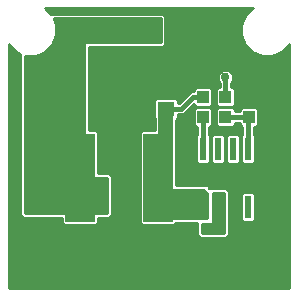
<source format=gbl>
G75*
%MOIN*%
%OFA0B0*%
%FSLAX25Y25*%
%IPPOS*%
%LPD*%
%AMOC8*
5,1,8,0,0,1.08239X$1,22.5*
%
%ADD10R,0.17717X0.21654*%
%ADD11R,0.02200X0.07800*%
%ADD12R,0.11800X0.07900*%
%ADD13R,0.03937X0.04331*%
%ADD14R,0.05787X0.05000*%
%ADD15R,0.11811X0.05512*%
%ADD16R,0.09843X0.29528*%
%ADD17C,0.07400*%
%ADD18C,0.01000*%
%ADD19C,0.03175*%
%ADD20C,0.02978*%
%ADD21C,0.01600*%
D10*
X0013311Y0015280D03*
X0088114Y0015280D03*
D11*
X0083803Y0031170D03*
X0078803Y0031170D03*
X0073803Y0031170D03*
X0068803Y0031170D03*
X0068803Y0050570D03*
X0073803Y0050570D03*
X0078803Y0050570D03*
X0083803Y0050570D03*
D12*
X0076303Y0040870D03*
D13*
X0076303Y0061146D03*
X0076303Y0067839D03*
X0084177Y0067839D03*
X0084177Y0061146D03*
X0068803Y0061146D03*
X0068803Y0067839D03*
D14*
X0056618Y0063902D03*
X0056618Y0080831D03*
D15*
X0042445Y0072366D03*
X0023547Y0072366D03*
D16*
X0027878Y0040870D03*
X0053862Y0040870D03*
D17*
X0050555Y0090083D03*
X0060555Y0090083D03*
D18*
X0004000Y0085330D02*
X0004000Y0004000D01*
X0097425Y0004000D01*
X0097425Y0085330D01*
X0097375Y0085210D01*
X0094956Y0082790D01*
X0091794Y0081480D01*
X0088372Y0081480D01*
X0085210Y0082790D01*
X0082790Y0085210D01*
X0081480Y0088372D01*
X0081480Y0091794D01*
X0082790Y0094956D01*
X0085210Y0097375D01*
X0085330Y0097425D01*
X0016095Y0097425D01*
X0016215Y0097375D01*
X0017971Y0095620D01*
X0055312Y0095620D01*
X0056250Y0094682D01*
X0056250Y0085483D01*
X0055312Y0084546D01*
X0030659Y0084546D01*
X0030659Y0056734D01*
X0033255Y0056734D01*
X0033899Y0056089D01*
X0033899Y0042470D01*
X0037596Y0042470D01*
X0038533Y0041533D01*
X0038533Y0028396D01*
X0037596Y0027459D01*
X0033899Y0027459D01*
X0033899Y0025651D01*
X0033255Y0025006D01*
X0022501Y0025006D01*
X0021857Y0025651D01*
X0021857Y0027459D01*
X0008711Y0027459D01*
X0007774Y0028396D01*
X0007774Y0082250D01*
X0006470Y0082790D01*
X0004050Y0085210D01*
X0004000Y0085330D01*
X0004000Y0084376D02*
X0004883Y0084376D01*
X0004000Y0083378D02*
X0005882Y0083378D01*
X0007461Y0082379D02*
X0004000Y0082379D01*
X0004000Y0081381D02*
X0007774Y0081381D01*
X0007774Y0080382D02*
X0004000Y0080382D01*
X0004000Y0079384D02*
X0007774Y0079384D01*
X0007774Y0078385D02*
X0004000Y0078385D01*
X0004000Y0077387D02*
X0007774Y0077387D01*
X0007774Y0076388D02*
X0004000Y0076388D01*
X0004000Y0075390D02*
X0007774Y0075390D01*
X0007774Y0074391D02*
X0004000Y0074391D01*
X0004000Y0073393D02*
X0007774Y0073393D01*
X0007774Y0072394D02*
X0004000Y0072394D01*
X0004000Y0071396D02*
X0007774Y0071396D01*
X0007774Y0070397D02*
X0004000Y0070397D01*
X0004000Y0069399D02*
X0007774Y0069399D01*
X0007774Y0068400D02*
X0004000Y0068400D01*
X0004000Y0067402D02*
X0007774Y0067402D01*
X0007774Y0066403D02*
X0004000Y0066403D01*
X0004000Y0065405D02*
X0007774Y0065405D01*
X0007774Y0064406D02*
X0004000Y0064406D01*
X0004000Y0063408D02*
X0007774Y0063408D01*
X0007774Y0062409D02*
X0004000Y0062409D01*
X0004000Y0061411D02*
X0007774Y0061411D01*
X0007774Y0060412D02*
X0004000Y0060412D01*
X0004000Y0059414D02*
X0007774Y0059414D01*
X0007774Y0058415D02*
X0004000Y0058415D01*
X0004000Y0057417D02*
X0007774Y0057417D01*
X0007774Y0056418D02*
X0004000Y0056418D01*
X0004000Y0055420D02*
X0007774Y0055420D01*
X0007774Y0054421D02*
X0004000Y0054421D01*
X0004000Y0053423D02*
X0007774Y0053423D01*
X0007774Y0052424D02*
X0004000Y0052424D01*
X0004000Y0051426D02*
X0007774Y0051426D01*
X0007774Y0050427D02*
X0004000Y0050427D01*
X0004000Y0049429D02*
X0007774Y0049429D01*
X0007774Y0048430D02*
X0004000Y0048430D01*
X0004000Y0047432D02*
X0007774Y0047432D01*
X0007774Y0046433D02*
X0004000Y0046433D01*
X0004000Y0045434D02*
X0007774Y0045434D01*
X0007774Y0044436D02*
X0004000Y0044436D01*
X0004000Y0043437D02*
X0007774Y0043437D01*
X0007774Y0042439D02*
X0004000Y0042439D01*
X0004000Y0041440D02*
X0007774Y0041440D01*
X0007774Y0040442D02*
X0004000Y0040442D01*
X0004000Y0039443D02*
X0007774Y0039443D01*
X0007774Y0038445D02*
X0004000Y0038445D01*
X0004000Y0037446D02*
X0007774Y0037446D01*
X0007774Y0036448D02*
X0004000Y0036448D01*
X0004000Y0035449D02*
X0007774Y0035449D01*
X0007774Y0034451D02*
X0004000Y0034451D01*
X0004000Y0033452D02*
X0007774Y0033452D01*
X0007774Y0032454D02*
X0004000Y0032454D01*
X0004000Y0031455D02*
X0007774Y0031455D01*
X0007774Y0030457D02*
X0004000Y0030457D01*
X0004000Y0029458D02*
X0007774Y0029458D01*
X0007774Y0028460D02*
X0004000Y0028460D01*
X0004000Y0027461D02*
X0008709Y0027461D01*
X0009374Y0029059D02*
X0009374Y0081587D01*
X0009631Y0081480D01*
X0013054Y0081480D01*
X0016215Y0082790D01*
X0018635Y0085210D01*
X0019945Y0088372D01*
X0019945Y0091794D01*
X0019023Y0094020D01*
X0054650Y0094020D01*
X0054650Y0086146D01*
X0029059Y0086146D01*
X0029059Y0040870D01*
X0036933Y0040870D01*
X0036933Y0029059D01*
X0009374Y0029059D01*
X0009374Y0029458D02*
X0036933Y0029458D01*
X0036933Y0030457D02*
X0009374Y0030457D01*
X0009374Y0031455D02*
X0036933Y0031455D01*
X0036933Y0032454D02*
X0009374Y0032454D01*
X0009374Y0033452D02*
X0036933Y0033452D01*
X0036933Y0034451D02*
X0009374Y0034451D01*
X0009374Y0035449D02*
X0036933Y0035449D01*
X0036933Y0036448D02*
X0009374Y0036448D01*
X0009374Y0037446D02*
X0036933Y0037446D01*
X0036933Y0038445D02*
X0009374Y0038445D01*
X0009374Y0039443D02*
X0036933Y0039443D01*
X0036933Y0040442D02*
X0009374Y0040442D01*
X0009374Y0041440D02*
X0029059Y0041440D01*
X0029059Y0042439D02*
X0009374Y0042439D01*
X0009374Y0043437D02*
X0029059Y0043437D01*
X0029059Y0044436D02*
X0009374Y0044436D01*
X0009374Y0045434D02*
X0029059Y0045434D01*
X0029059Y0046433D02*
X0009374Y0046433D01*
X0009374Y0047432D02*
X0029059Y0047432D01*
X0029059Y0048430D02*
X0009374Y0048430D01*
X0009374Y0049429D02*
X0029059Y0049429D01*
X0029059Y0050427D02*
X0009374Y0050427D01*
X0009374Y0051426D02*
X0029059Y0051426D01*
X0029059Y0052424D02*
X0009374Y0052424D01*
X0009374Y0053423D02*
X0029059Y0053423D01*
X0029059Y0054421D02*
X0009374Y0054421D01*
X0009374Y0055420D02*
X0029059Y0055420D01*
X0029059Y0056418D02*
X0009374Y0056418D01*
X0009374Y0057417D02*
X0029059Y0057417D01*
X0029059Y0058415D02*
X0009374Y0058415D01*
X0009374Y0059414D02*
X0029059Y0059414D01*
X0029059Y0060412D02*
X0009374Y0060412D01*
X0009374Y0061411D02*
X0029059Y0061411D01*
X0029059Y0062409D02*
X0009374Y0062409D01*
X0009374Y0063408D02*
X0029059Y0063408D01*
X0029059Y0064406D02*
X0009374Y0064406D01*
X0009374Y0065405D02*
X0029059Y0065405D01*
X0029059Y0066403D02*
X0009374Y0066403D01*
X0009374Y0067402D02*
X0029059Y0067402D01*
X0029059Y0068400D02*
X0009374Y0068400D01*
X0009374Y0069399D02*
X0029059Y0069399D01*
X0029059Y0070397D02*
X0009374Y0070397D01*
X0009374Y0071396D02*
X0029059Y0071396D01*
X0029059Y0072394D02*
X0009374Y0072394D01*
X0009374Y0073393D02*
X0029059Y0073393D01*
X0029059Y0074391D02*
X0009374Y0074391D01*
X0009374Y0075390D02*
X0029059Y0075390D01*
X0029059Y0076388D02*
X0009374Y0076388D01*
X0009374Y0077387D02*
X0029059Y0077387D01*
X0029059Y0078385D02*
X0009374Y0078385D01*
X0009374Y0079384D02*
X0029059Y0079384D01*
X0029059Y0080382D02*
X0009374Y0080382D01*
X0009374Y0081381D02*
X0029059Y0081381D01*
X0029059Y0082379D02*
X0015224Y0082379D01*
X0016803Y0083378D02*
X0029059Y0083378D01*
X0029059Y0084376D02*
X0017802Y0084376D01*
X0018704Y0085375D02*
X0029059Y0085375D01*
X0030659Y0084376D02*
X0083623Y0084376D01*
X0082722Y0085375D02*
X0056142Y0085375D01*
X0056250Y0086373D02*
X0082308Y0086373D01*
X0081894Y0087372D02*
X0056250Y0087372D01*
X0056250Y0088370D02*
X0081481Y0088370D01*
X0081480Y0089369D02*
X0056250Y0089369D01*
X0056250Y0090368D02*
X0081480Y0090368D01*
X0081480Y0091366D02*
X0056250Y0091366D01*
X0056250Y0092365D02*
X0081717Y0092365D01*
X0082130Y0093363D02*
X0056250Y0093363D01*
X0056250Y0094362D02*
X0082544Y0094362D01*
X0083195Y0095360D02*
X0055572Y0095360D01*
X0054650Y0093363D02*
X0019295Y0093363D01*
X0019708Y0092365D02*
X0054650Y0092365D01*
X0054650Y0091366D02*
X0019945Y0091366D01*
X0019945Y0090368D02*
X0054650Y0090368D01*
X0054650Y0089369D02*
X0019945Y0089369D01*
X0019944Y0088370D02*
X0054650Y0088370D01*
X0054650Y0087372D02*
X0019531Y0087372D01*
X0019117Y0086373D02*
X0054650Y0086373D01*
X0066379Y0071104D02*
X0065735Y0070460D01*
X0065735Y0069739D01*
X0064689Y0069739D01*
X0063576Y0068626D01*
X0060752Y0065802D01*
X0060612Y0065802D01*
X0060612Y0066857D01*
X0059967Y0067502D01*
X0053269Y0067502D01*
X0052624Y0066857D01*
X0052624Y0060946D01*
X0052656Y0060914D01*
X0052656Y0056734D01*
X0048485Y0056734D01*
X0047841Y0056089D01*
X0047841Y0025651D01*
X0048485Y0025006D01*
X0059239Y0025006D01*
X0059883Y0025651D01*
X0059883Y0025884D01*
X0066829Y0025884D01*
X0066829Y0021703D01*
X0067766Y0020766D01*
X0076572Y0020766D01*
X0077509Y0021703D01*
X0077509Y0036415D01*
X0076572Y0037352D01*
X0071604Y0037352D01*
X0071604Y0037596D01*
X0070667Y0038533D01*
X0059883Y0038533D01*
X0059883Y0056089D01*
X0059793Y0056180D01*
X0059793Y0060302D01*
X0059967Y0060302D01*
X0060612Y0060946D01*
X0060612Y0062002D01*
X0062326Y0062002D01*
X0065735Y0065410D01*
X0065735Y0065218D01*
X0066379Y0064573D01*
X0071227Y0064573D01*
X0071872Y0065218D01*
X0071872Y0070460D01*
X0071227Y0071104D01*
X0066379Y0071104D01*
X0065735Y0070397D02*
X0030659Y0070397D01*
X0030659Y0069399D02*
X0064350Y0069399D01*
X0063351Y0068400D02*
X0030659Y0068400D01*
X0030659Y0067402D02*
X0053169Y0067402D01*
X0052624Y0066403D02*
X0030659Y0066403D01*
X0030659Y0065405D02*
X0052624Y0065405D01*
X0052624Y0064406D02*
X0030659Y0064406D01*
X0030659Y0063408D02*
X0052624Y0063408D01*
X0052624Y0062409D02*
X0030659Y0062409D01*
X0030659Y0061411D02*
X0052624Y0061411D01*
X0052656Y0060412D02*
X0030659Y0060412D01*
X0030659Y0059414D02*
X0052656Y0059414D01*
X0052656Y0058415D02*
X0030659Y0058415D01*
X0030659Y0057417D02*
X0052656Y0057417D01*
X0054256Y0057417D02*
X0058193Y0057417D01*
X0058193Y0058415D02*
X0054256Y0058415D01*
X0054256Y0059414D02*
X0058193Y0059414D01*
X0058193Y0060412D02*
X0054256Y0060412D01*
X0054256Y0061411D02*
X0058193Y0061411D01*
X0058193Y0062409D02*
X0054256Y0062409D01*
X0054256Y0063408D02*
X0058193Y0063408D01*
X0058193Y0064406D02*
X0054256Y0064406D01*
X0054256Y0065405D02*
X0058193Y0065405D01*
X0058193Y0065673D02*
X0058193Y0036933D01*
X0069303Y0036933D01*
X0069303Y0036464D01*
X0069948Y0035820D01*
X0070004Y0035820D01*
X0070004Y0027484D01*
X0050319Y0027484D01*
X0050319Y0055043D01*
X0054256Y0055043D01*
X0054256Y0065673D01*
X0058193Y0065673D01*
X0060612Y0066403D02*
X0061354Y0066403D01*
X0062353Y0067402D02*
X0060067Y0067402D01*
X0063732Y0063408D02*
X0065735Y0063408D01*
X0065735Y0063767D02*
X0065735Y0058525D01*
X0066379Y0057880D01*
X0066903Y0057880D01*
X0066903Y0055226D01*
X0066603Y0054926D01*
X0066603Y0046214D01*
X0067248Y0045570D01*
X0070359Y0045570D01*
X0071003Y0046214D01*
X0071003Y0054926D01*
X0070703Y0055226D01*
X0070703Y0057880D01*
X0071227Y0057880D01*
X0071872Y0058525D01*
X0071872Y0063767D01*
X0071227Y0064411D01*
X0066379Y0064411D01*
X0065735Y0063767D01*
X0066374Y0064406D02*
X0064731Y0064406D01*
X0065730Y0065405D02*
X0065735Y0065405D01*
X0065735Y0062409D02*
X0062734Y0062409D01*
X0060612Y0061411D02*
X0065735Y0061411D01*
X0065735Y0060412D02*
X0060078Y0060412D01*
X0059793Y0059414D02*
X0065735Y0059414D01*
X0065844Y0058415D02*
X0059793Y0058415D01*
X0059793Y0057417D02*
X0066903Y0057417D01*
X0066903Y0056418D02*
X0059793Y0056418D01*
X0059883Y0055420D02*
X0066903Y0055420D01*
X0066603Y0054421D02*
X0059883Y0054421D01*
X0059883Y0053423D02*
X0066603Y0053423D01*
X0066603Y0052424D02*
X0059883Y0052424D01*
X0059883Y0051426D02*
X0066603Y0051426D01*
X0066603Y0050427D02*
X0059883Y0050427D01*
X0059883Y0049429D02*
X0066603Y0049429D01*
X0066603Y0048430D02*
X0059883Y0048430D01*
X0059883Y0047432D02*
X0066603Y0047432D01*
X0066603Y0046433D02*
X0059883Y0046433D01*
X0059883Y0045434D02*
X0097425Y0045434D01*
X0097425Y0044436D02*
X0059883Y0044436D01*
X0059883Y0043437D02*
X0097425Y0043437D01*
X0097425Y0042439D02*
X0059883Y0042439D01*
X0059883Y0041440D02*
X0097425Y0041440D01*
X0097425Y0040442D02*
X0059883Y0040442D01*
X0059883Y0039443D02*
X0097425Y0039443D01*
X0097425Y0038445D02*
X0070755Y0038445D01*
X0071604Y0037446D02*
X0097425Y0037446D01*
X0097425Y0036448D02*
X0077476Y0036448D01*
X0077509Y0035449D02*
X0081603Y0035449D01*
X0081603Y0035526D02*
X0081603Y0026814D01*
X0082248Y0026170D01*
X0085359Y0026170D01*
X0086003Y0026814D01*
X0086003Y0035526D01*
X0085359Y0036170D01*
X0082248Y0036170D01*
X0081603Y0035526D01*
X0081603Y0034451D02*
X0077509Y0034451D01*
X0077509Y0033452D02*
X0081603Y0033452D01*
X0081603Y0032454D02*
X0077509Y0032454D01*
X0077509Y0031455D02*
X0081603Y0031455D01*
X0081603Y0030457D02*
X0077509Y0030457D01*
X0077509Y0029458D02*
X0081603Y0029458D01*
X0081603Y0028460D02*
X0077509Y0028460D01*
X0077509Y0027461D02*
X0081603Y0027461D01*
X0081955Y0026463D02*
X0077509Y0026463D01*
X0077509Y0025464D02*
X0097425Y0025464D01*
X0097425Y0024466D02*
X0077509Y0024466D01*
X0077509Y0023467D02*
X0097425Y0023467D01*
X0097425Y0022469D02*
X0077509Y0022469D01*
X0077276Y0021470D02*
X0097425Y0021470D01*
X0097425Y0020472D02*
X0004000Y0020472D01*
X0004000Y0021470D02*
X0067062Y0021470D01*
X0066829Y0022469D02*
X0004000Y0022469D01*
X0004000Y0023467D02*
X0066829Y0023467D01*
X0066829Y0024466D02*
X0004000Y0024466D01*
X0004000Y0025464D02*
X0022043Y0025464D01*
X0021857Y0026463D02*
X0004000Y0026463D01*
X0004000Y0019473D02*
X0097425Y0019473D01*
X0097425Y0018475D02*
X0004000Y0018475D01*
X0004000Y0017476D02*
X0097425Y0017476D01*
X0097425Y0016478D02*
X0004000Y0016478D01*
X0004000Y0015479D02*
X0097425Y0015479D01*
X0097425Y0014481D02*
X0004000Y0014481D01*
X0004000Y0013482D02*
X0097425Y0013482D01*
X0097425Y0012484D02*
X0004000Y0012484D01*
X0004000Y0011485D02*
X0097425Y0011485D01*
X0097425Y0010487D02*
X0004000Y0010487D01*
X0004000Y0009488D02*
X0097425Y0009488D01*
X0097425Y0008490D02*
X0004000Y0008490D01*
X0004000Y0007491D02*
X0097425Y0007491D01*
X0097425Y0006493D02*
X0004000Y0006493D01*
X0004000Y0005494D02*
X0097425Y0005494D01*
X0097425Y0004496D02*
X0004000Y0004496D01*
X0033713Y0025464D02*
X0048027Y0025464D01*
X0047841Y0026463D02*
X0033899Y0026463D01*
X0037598Y0027461D02*
X0047841Y0027461D01*
X0047841Y0028460D02*
X0038533Y0028460D01*
X0038533Y0029458D02*
X0047841Y0029458D01*
X0047841Y0030457D02*
X0038533Y0030457D01*
X0038533Y0031455D02*
X0047841Y0031455D01*
X0047841Y0032454D02*
X0038533Y0032454D01*
X0038533Y0033452D02*
X0047841Y0033452D01*
X0047841Y0034451D02*
X0038533Y0034451D01*
X0038533Y0035449D02*
X0047841Y0035449D01*
X0047841Y0036448D02*
X0038533Y0036448D01*
X0038533Y0037446D02*
X0047841Y0037446D01*
X0047841Y0038445D02*
X0038533Y0038445D01*
X0038533Y0039443D02*
X0047841Y0039443D01*
X0047841Y0040442D02*
X0038533Y0040442D01*
X0038533Y0041440D02*
X0047841Y0041440D01*
X0047841Y0042439D02*
X0037627Y0042439D01*
X0033899Y0043437D02*
X0047841Y0043437D01*
X0047841Y0044436D02*
X0033899Y0044436D01*
X0033899Y0045434D02*
X0047841Y0045434D01*
X0047841Y0046433D02*
X0033899Y0046433D01*
X0033899Y0047432D02*
X0047841Y0047432D01*
X0047841Y0048430D02*
X0033899Y0048430D01*
X0033899Y0049429D02*
X0047841Y0049429D01*
X0047841Y0050427D02*
X0033899Y0050427D01*
X0033899Y0051426D02*
X0047841Y0051426D01*
X0047841Y0052424D02*
X0033899Y0052424D01*
X0033899Y0053423D02*
X0047841Y0053423D01*
X0047841Y0054421D02*
X0033899Y0054421D01*
X0033899Y0055420D02*
X0047841Y0055420D01*
X0048170Y0056418D02*
X0033571Y0056418D01*
X0030659Y0071396D02*
X0074403Y0071396D01*
X0074403Y0071104D02*
X0073879Y0071104D01*
X0073235Y0070460D01*
X0073235Y0065218D01*
X0073879Y0064573D01*
X0078727Y0064573D01*
X0079372Y0065218D01*
X0079372Y0070460D01*
X0078727Y0071104D01*
X0078203Y0071104D01*
X0078203Y0072573D01*
X0078498Y0072868D01*
X0078892Y0073820D01*
X0078892Y0074850D01*
X0078498Y0075801D01*
X0077770Y0076529D01*
X0076818Y0076924D01*
X0075788Y0076924D01*
X0074837Y0076529D01*
X0074108Y0075801D01*
X0073714Y0074850D01*
X0073714Y0073820D01*
X0074108Y0072868D01*
X0074403Y0072573D01*
X0074403Y0071104D01*
X0074403Y0072394D02*
X0030659Y0072394D01*
X0030659Y0073393D02*
X0073891Y0073393D01*
X0073714Y0074391D02*
X0030659Y0074391D01*
X0030659Y0075390D02*
X0073938Y0075390D01*
X0074695Y0076388D02*
X0030659Y0076388D01*
X0030659Y0077387D02*
X0097425Y0077387D01*
X0097425Y0078385D02*
X0030659Y0078385D01*
X0030659Y0079384D02*
X0097425Y0079384D01*
X0097425Y0080382D02*
X0030659Y0080382D01*
X0030659Y0081381D02*
X0097425Y0081381D01*
X0097425Y0082379D02*
X0093964Y0082379D01*
X0095543Y0083378D02*
X0097425Y0083378D01*
X0097425Y0084376D02*
X0096542Y0084376D01*
X0097425Y0076388D02*
X0077911Y0076388D01*
X0078668Y0075390D02*
X0097425Y0075390D01*
X0097425Y0074391D02*
X0078892Y0074391D01*
X0078715Y0073393D02*
X0097425Y0073393D01*
X0097425Y0072394D02*
X0078203Y0072394D01*
X0078203Y0071396D02*
X0097425Y0071396D01*
X0097425Y0070397D02*
X0079372Y0070397D01*
X0079372Y0069399D02*
X0097425Y0069399D01*
X0097425Y0068400D02*
X0079372Y0068400D01*
X0079372Y0067402D02*
X0097425Y0067402D01*
X0097425Y0066403D02*
X0079372Y0066403D01*
X0079372Y0065405D02*
X0097425Y0065405D01*
X0097425Y0064406D02*
X0086606Y0064406D01*
X0086601Y0064411D02*
X0081753Y0064411D01*
X0081109Y0063767D01*
X0081109Y0063046D01*
X0079372Y0063046D01*
X0079372Y0063767D01*
X0078727Y0064411D01*
X0073879Y0064411D01*
X0073235Y0063767D01*
X0073235Y0058525D01*
X0073879Y0057880D01*
X0078727Y0057880D01*
X0079372Y0058525D01*
X0079372Y0059246D01*
X0081109Y0059246D01*
X0081109Y0058525D01*
X0081753Y0057880D01*
X0081903Y0057880D01*
X0081903Y0055226D01*
X0081603Y0054926D01*
X0081603Y0046214D01*
X0082248Y0045570D01*
X0085359Y0045570D01*
X0086003Y0046214D01*
X0086003Y0054926D01*
X0085703Y0055226D01*
X0085703Y0057880D01*
X0086601Y0057880D01*
X0087246Y0058525D01*
X0087246Y0063767D01*
X0086601Y0064411D01*
X0087246Y0063408D02*
X0097425Y0063408D01*
X0097425Y0062409D02*
X0087246Y0062409D01*
X0087246Y0061411D02*
X0097425Y0061411D01*
X0097425Y0060412D02*
X0087246Y0060412D01*
X0087246Y0059414D02*
X0097425Y0059414D01*
X0097425Y0058415D02*
X0087136Y0058415D01*
X0085703Y0057417D02*
X0097425Y0057417D01*
X0097425Y0056418D02*
X0085703Y0056418D01*
X0085703Y0055420D02*
X0097425Y0055420D01*
X0097425Y0054421D02*
X0086003Y0054421D01*
X0086003Y0053423D02*
X0097425Y0053423D01*
X0097425Y0052424D02*
X0086003Y0052424D01*
X0086003Y0051426D02*
X0097425Y0051426D01*
X0097425Y0050427D02*
X0086003Y0050427D01*
X0086003Y0049429D02*
X0097425Y0049429D01*
X0097425Y0048430D02*
X0086003Y0048430D01*
X0086003Y0047432D02*
X0097425Y0047432D01*
X0097425Y0046433D02*
X0086003Y0046433D01*
X0081603Y0046433D02*
X0081003Y0046433D01*
X0081003Y0046214D02*
X0081003Y0054926D01*
X0080359Y0055570D01*
X0077248Y0055570D01*
X0076603Y0054926D01*
X0076603Y0046214D01*
X0077248Y0045570D01*
X0080359Y0045570D01*
X0081003Y0046214D01*
X0081003Y0047432D02*
X0081603Y0047432D01*
X0081603Y0048430D02*
X0081003Y0048430D01*
X0081003Y0049429D02*
X0081603Y0049429D01*
X0081603Y0050427D02*
X0081003Y0050427D01*
X0081003Y0051426D02*
X0081603Y0051426D01*
X0081603Y0052424D02*
X0081003Y0052424D01*
X0081003Y0053423D02*
X0081603Y0053423D01*
X0081603Y0054421D02*
X0081003Y0054421D01*
X0080509Y0055420D02*
X0081903Y0055420D01*
X0081903Y0056418D02*
X0070703Y0056418D01*
X0070703Y0055420D02*
X0072097Y0055420D01*
X0072248Y0055570D02*
X0071603Y0054926D01*
X0071603Y0046214D01*
X0072248Y0045570D01*
X0075359Y0045570D01*
X0076003Y0046214D01*
X0076003Y0054926D01*
X0075359Y0055570D01*
X0072248Y0055570D01*
X0071603Y0054421D02*
X0071003Y0054421D01*
X0071003Y0053423D02*
X0071603Y0053423D01*
X0071603Y0052424D02*
X0071003Y0052424D01*
X0071003Y0051426D02*
X0071603Y0051426D01*
X0071603Y0050427D02*
X0071003Y0050427D01*
X0071003Y0049429D02*
X0071603Y0049429D01*
X0071603Y0048430D02*
X0071003Y0048430D01*
X0071003Y0047432D02*
X0071603Y0047432D01*
X0071603Y0046433D02*
X0071003Y0046433D01*
X0076003Y0046433D02*
X0076603Y0046433D01*
X0076603Y0047432D02*
X0076003Y0047432D01*
X0076003Y0048430D02*
X0076603Y0048430D01*
X0076603Y0049429D02*
X0076003Y0049429D01*
X0076003Y0050427D02*
X0076603Y0050427D01*
X0076603Y0051426D02*
X0076003Y0051426D01*
X0076003Y0052424D02*
X0076603Y0052424D01*
X0076603Y0053423D02*
X0076003Y0053423D01*
X0076003Y0054421D02*
X0076603Y0054421D01*
X0077097Y0055420D02*
X0075509Y0055420D01*
X0073344Y0058415D02*
X0071762Y0058415D01*
X0071872Y0059414D02*
X0073235Y0059414D01*
X0073235Y0060412D02*
X0071872Y0060412D01*
X0071872Y0061411D02*
X0073235Y0061411D01*
X0073235Y0062409D02*
X0071872Y0062409D01*
X0071872Y0063408D02*
X0073235Y0063408D01*
X0073874Y0064406D02*
X0071232Y0064406D01*
X0071872Y0065405D02*
X0073235Y0065405D01*
X0073235Y0066403D02*
X0071872Y0066403D01*
X0071872Y0067402D02*
X0073235Y0067402D01*
X0073235Y0068400D02*
X0071872Y0068400D01*
X0071872Y0069399D02*
X0073235Y0069399D01*
X0073235Y0070397D02*
X0071872Y0070397D01*
X0078732Y0064406D02*
X0081748Y0064406D01*
X0081109Y0063408D02*
X0079372Y0063408D01*
X0079262Y0058415D02*
X0081218Y0058415D01*
X0081903Y0057417D02*
X0070703Y0057417D01*
X0058193Y0056418D02*
X0054256Y0056418D01*
X0054256Y0055420D02*
X0058193Y0055420D01*
X0058193Y0054421D02*
X0050319Y0054421D01*
X0050319Y0053423D02*
X0058193Y0053423D01*
X0058193Y0052424D02*
X0050319Y0052424D01*
X0050319Y0051426D02*
X0058193Y0051426D01*
X0058193Y0050427D02*
X0050319Y0050427D01*
X0050319Y0049429D02*
X0058193Y0049429D01*
X0058193Y0048430D02*
X0050319Y0048430D01*
X0050319Y0047432D02*
X0058193Y0047432D01*
X0058193Y0046433D02*
X0050319Y0046433D01*
X0050319Y0045434D02*
X0058193Y0045434D01*
X0058193Y0044436D02*
X0050319Y0044436D01*
X0050319Y0043437D02*
X0058193Y0043437D01*
X0058193Y0042439D02*
X0050319Y0042439D01*
X0050319Y0041440D02*
X0058193Y0041440D01*
X0058193Y0040442D02*
X0050319Y0040442D01*
X0050319Y0039443D02*
X0058193Y0039443D01*
X0058193Y0038445D02*
X0050319Y0038445D01*
X0050319Y0037446D02*
X0058193Y0037446D01*
X0050319Y0036448D02*
X0069320Y0036448D01*
X0070004Y0035449D02*
X0050319Y0035449D01*
X0050319Y0034451D02*
X0070004Y0034451D01*
X0070004Y0033452D02*
X0050319Y0033452D01*
X0050319Y0032454D02*
X0070004Y0032454D01*
X0070004Y0031455D02*
X0050319Y0031455D01*
X0050319Y0030457D02*
X0070004Y0030457D01*
X0070004Y0029458D02*
X0050319Y0029458D01*
X0050319Y0028460D02*
X0070004Y0028460D01*
X0071972Y0028460D02*
X0075909Y0028460D01*
X0075909Y0029458D02*
X0071972Y0029458D01*
X0071972Y0030457D02*
X0075909Y0030457D01*
X0075909Y0031455D02*
X0071972Y0031455D01*
X0071972Y0032454D02*
X0075909Y0032454D01*
X0075909Y0033452D02*
X0071972Y0033452D01*
X0071972Y0034451D02*
X0075909Y0034451D01*
X0075909Y0035449D02*
X0071972Y0035449D01*
X0071972Y0035752D02*
X0075909Y0035752D01*
X0075909Y0022366D01*
X0068429Y0022366D01*
X0068429Y0025516D01*
X0071972Y0025516D01*
X0071972Y0035752D01*
X0071972Y0027461D02*
X0075909Y0027461D01*
X0075909Y0026463D02*
X0071972Y0026463D01*
X0068429Y0025464D02*
X0075909Y0025464D01*
X0075909Y0024466D02*
X0068429Y0024466D01*
X0068429Y0023467D02*
X0075909Y0023467D01*
X0075909Y0022469D02*
X0068429Y0022469D01*
X0066829Y0025464D02*
X0059697Y0025464D01*
X0085651Y0026463D02*
X0097425Y0026463D01*
X0097425Y0027461D02*
X0086003Y0027461D01*
X0086003Y0028460D02*
X0097425Y0028460D01*
X0097425Y0029458D02*
X0086003Y0029458D01*
X0086003Y0030457D02*
X0097425Y0030457D01*
X0097425Y0031455D02*
X0086003Y0031455D01*
X0086003Y0032454D02*
X0097425Y0032454D01*
X0097425Y0033452D02*
X0086003Y0033452D01*
X0086003Y0034451D02*
X0097425Y0034451D01*
X0097425Y0035449D02*
X0086003Y0035449D01*
X0086201Y0082379D02*
X0030659Y0082379D01*
X0030659Y0083378D02*
X0084622Y0083378D01*
X0084193Y0096359D02*
X0017232Y0096359D01*
X0016234Y0097357D02*
X0085192Y0097357D01*
D19*
X0080240Y0043232D03*
X0076303Y0043232D03*
X0072366Y0043232D03*
X0072366Y0038508D03*
X0076303Y0038508D03*
X0080240Y0038508D03*
D20*
X0092051Y0040870D03*
X0092051Y0032996D03*
X0092051Y0048744D03*
X0092051Y0056618D03*
X0092051Y0064492D03*
X0076303Y0074335D03*
X0074728Y0023547D03*
X0070398Y0023547D03*
X0015673Y0058587D03*
X0015673Y0062524D03*
X0011343Y0062524D03*
X0011343Y0058587D03*
X0025122Y0080240D03*
D21*
X0056618Y0063902D02*
X0061539Y0063902D01*
X0065476Y0067839D01*
X0068803Y0067839D01*
X0068803Y0061146D02*
X0068803Y0050570D01*
X0076303Y0061146D02*
X0084177Y0061146D01*
X0083803Y0060772D01*
X0083803Y0050570D01*
X0076303Y0067839D02*
X0076303Y0074335D01*
M02*

</source>
